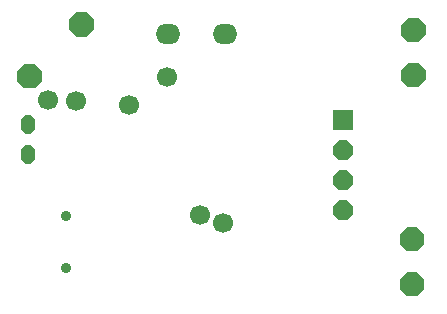
<source format=gbs>
G04 DipTrace 2.4.0.2*
%INBottomMask.gbs*%
%MOMM*%
%ADD36C,0.9*%
%ADD41O,2.1X1.7*%
%ADD49C,1.7*%
%ADD51R,1.8X1.8*%
%FSLAX53Y53*%
G04*
G71*
G90*
G75*
G01*
%LNBotMask*%
%LPD*%
G36*
X15338Y34833D2*
X15946Y35441D1*
X16806D1*
X17415Y34833D1*
Y33972D1*
X16806Y33364D1*
X15946D1*
X15338Y33972D1*
Y34833D1*
G37*
G36*
X10954Y30449D2*
X11562Y31057D1*
X12422D1*
X13031Y30449D1*
Y29588D1*
X12422Y28980D1*
X11562D1*
X10954Y29588D1*
Y30449D1*
G37*
D36*
X15107Y18197D3*
Y13797D3*
D51*
X38544Y26320D3*
G36*
X37705Y23432D2*
Y24128D1*
X38196Y24619D1*
X38892D1*
X39383Y24128D1*
Y23432D1*
X38892Y22941D1*
X38196D1*
X37705Y23432D1*
G37*
G36*
Y20892D2*
Y21588D1*
X38196Y22079D1*
X38892D1*
X39383Y21588D1*
Y20892D1*
X38892Y20401D1*
X38196D1*
X37705Y20892D1*
G37*
G36*
Y18352D2*
Y19048D1*
X38196Y19539D1*
X38892D1*
X39383Y19048D1*
Y18352D1*
X38892Y17861D1*
X38196D1*
X37705Y18352D1*
G37*
G36*
X45392Y12856D2*
Y12008D1*
X44792Y11408D1*
X43944D1*
X43344Y12008D1*
Y12856D1*
X43944Y13456D1*
X44792D1*
X45392Y12856D1*
G37*
G36*
Y16666D2*
Y15818D1*
X44792Y15218D1*
X43944D1*
X43344Y15818D1*
Y16666D1*
X43944Y17266D1*
X44792D1*
X45392Y16666D1*
G37*
G36*
X43472Y33512D2*
Y34360D1*
X44072Y34960D1*
X44920D1*
X45520Y34360D1*
Y33512D1*
X44920Y32912D1*
X44072D1*
X43472Y33512D1*
G37*
G36*
Y29702D2*
Y30550D1*
X44072Y31150D1*
X44920D1*
X45520Y30550D1*
Y29702D1*
X44920Y29102D1*
X44072D1*
X43472Y29702D1*
G37*
D49*
X23632Y29968D3*
X20432Y27600D3*
X26448Y18256D3*
X28368Y17616D3*
X13581Y27953D3*
X15952Y27920D3*
G36*
X12468Y23720D2*
Y23032D1*
X12110Y22545D1*
X11603D1*
X11244Y23032D1*
Y23720D1*
X11603Y24208D1*
X12110D1*
X12468Y23720D1*
G37*
G36*
Y26260D2*
Y25572D1*
X12110Y25085D1*
X11603D1*
X11244Y25572D1*
Y26260D1*
X11603Y26748D1*
X12110D1*
X12468Y26260D1*
G37*
D41*
X23696Y33616D3*
X28522D3*
M02*

</source>
